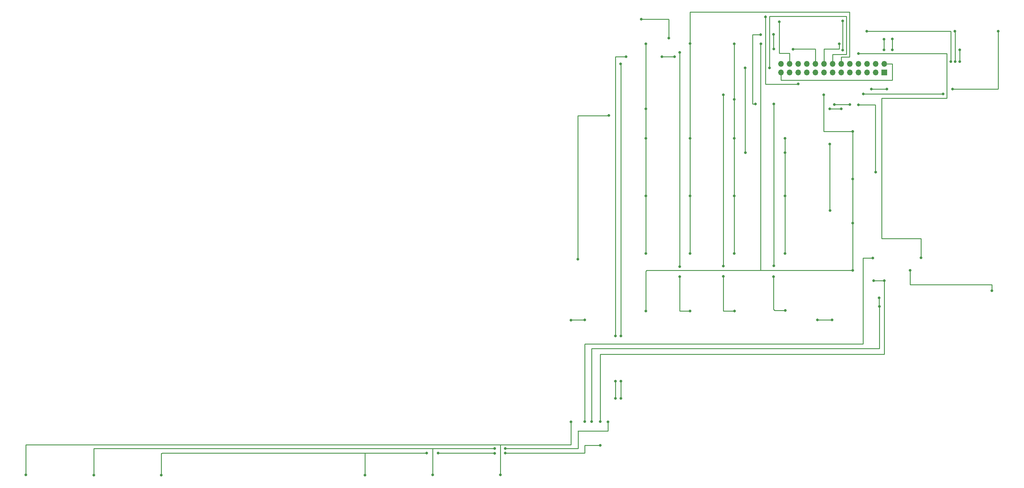
<source format=gbr>
%TF.GenerationSoftware,KiCad,Pcbnew,(5.1.8)-1*%
%TF.CreationDate,2021-02-13T16:04:11+01:00*%
%TF.ProjectId,UPL_Keyboard,55504c5f-4b65-4796-926f-6172642e6b69,2*%
%TF.SameCoordinates,Original*%
%TF.FileFunction,Copper,L2,Bot*%
%TF.FilePolarity,Positive*%
%FSLAX46Y46*%
G04 Gerber Fmt 4.6, Leading zero omitted, Abs format (unit mm)*
G04 Created by KiCad (PCBNEW (5.1.8)-1) date 2021-02-13 16:04:11*
%MOMM*%
%LPD*%
G01*
G04 APERTURE LIST*
%TA.AperFunction,ComponentPad*%
%ADD10O,1.700000X1.700000*%
%TD*%
%TA.AperFunction,ComponentPad*%
%ADD11R,1.700000X1.700000*%
%TD*%
%TA.AperFunction,ViaPad*%
%ADD12C,0.800000*%
%TD*%
%TA.AperFunction,Conductor*%
%ADD13C,0.250000*%
%TD*%
G04 APERTURE END LIST*
D10*
%TO.P,J1,26*%
%TO.N,NOT_USED_2*%
X284960000Y-97150000D03*
%TO.P,J1,25*%
%TO.N,KEY_DET*%
X284960000Y-99690000D03*
%TO.P,J1,24*%
%TO.N,LED_SINGLE*%
X287500000Y-97150000D03*
%TO.P,J1,23*%
%TO.N,LED_START*%
X287500000Y-99690000D03*
%TO.P,J1,22*%
%TO.N,LED_GEN_OVRLD*%
X290040000Y-97150000D03*
%TO.P,J1,21*%
%TO.N,LED_OUTPUT*%
X290040000Y-99690000D03*
%TO.P,J1,20*%
%TO.N,LED_REMOTE*%
X292580000Y-97150000D03*
%TO.P,J1,19*%
%TO.N,LED_DATA*%
X292580000Y-99690000D03*
%TO.P,J1,18*%
%TO.N,BTN_COL_8*%
X295120000Y-97150000D03*
%TO.P,J1,17*%
%TO.N,BTN_COL_7*%
X295120000Y-99690000D03*
%TO.P,J1,16*%
%TO.N,BTN_COL_6*%
X297660000Y-97150000D03*
%TO.P,J1,15*%
%TO.N,BTN_COL_5*%
X297660000Y-99690000D03*
%TO.P,J1,14*%
%TO.N,BTN_COL_4*%
X300200000Y-97150000D03*
%TO.P,J1,13*%
%TO.N,BTN_COL_3*%
X300200000Y-99690000D03*
%TO.P,J1,12*%
%TO.N,BTN_COL_2*%
X302740000Y-97150000D03*
%TO.P,J1,11*%
%TO.N,BTN_COL_1*%
X302740000Y-99690000D03*
%TO.P,J1,10*%
%TO.N,NOT_USED_1*%
X305280000Y-97150000D03*
%TO.P,J1,9*%
%TO.N,BTN_ROW_7*%
X305280000Y-99690000D03*
%TO.P,J1,8*%
%TO.N,BTN_ROW_6*%
X307820000Y-97150000D03*
%TO.P,J1,7*%
%TO.N,BTN_ROW_5*%
X307820000Y-99690000D03*
%TO.P,J1,6*%
%TO.N,BTN_ROW_4*%
X310360000Y-97150000D03*
%TO.P,J1,5*%
%TO.N,BTN_ROW_3*%
X310360000Y-99690000D03*
%TO.P,J1,4*%
%TO.N,BTN_ROW_2*%
X312900000Y-97150000D03*
%TO.P,J1,3*%
%TO.N,BTN_ROW_1*%
X312900000Y-99690000D03*
%TO.P,J1,2*%
%TO.N,KEY_DET*%
X315440000Y-97150000D03*
D11*
%TO.P,J1,1*%
%TO.N,LED_A*%
X315440000Y-99690000D03*
%TD*%
D12*
%TO.N,LED_SINGLE*%
X284460000Y-84690000D03*
%TO.N,LED_START*%
X251900000Y-89540000D03*
X243780000Y-83970000D03*
%TO.N,LED_GEN_OVRLD*%
X236120000Y-196060000D03*
X236160000Y-190960000D03*
X236110000Y-177580000D03*
X253610000Y-95070000D03*
X249820000Y-95050000D03*
X239280000Y-95040000D03*
%TO.N,LED_OUTPUT*%
X280410000Y-83240000D03*
X290060000Y-103100000D03*
%TO.N,LED_REMOTE*%
X303200000Y-93130000D03*
X303190000Y-84420000D03*
%TO.N,BTN_COL_8*%
X286300000Y-170070000D03*
X282830000Y-160030000D03*
X282850000Y-156870000D03*
X288550000Y-92810000D03*
X282850000Y-92770000D03*
X282860000Y-109040000D03*
X277460000Y-109020000D03*
X278990000Y-88480000D03*
X282830000Y-88420000D03*
%TO.N,BTN_COL_7*%
X271320000Y-170210000D03*
X268000000Y-160000000D03*
X268020000Y-156970000D03*
X268020000Y-106310000D03*
%TO.N,BTN_COL_6*%
X258140000Y-170200000D03*
X302180000Y-91240000D03*
X255110000Y-160040000D03*
X255110000Y-157080000D03*
X255110000Y-93770000D03*
%TO.N,BTN_COL_5*%
X306150000Y-158200000D03*
X306140000Y-144220000D03*
X306150000Y-131180000D03*
X306160000Y-117170000D03*
X245140000Y-170190000D03*
X323080000Y-158180000D03*
X347210000Y-164200000D03*
X297650000Y-106260000D03*
X279030000Y-91240000D03*
%TO.N,BTN_COL_4*%
X286200000Y-153200000D03*
X286200000Y-136190000D03*
X286200000Y-119190000D03*
X313980000Y-166310000D03*
X314000000Y-168850000D03*
X229110000Y-202930000D03*
X281610000Y-98330000D03*
X274410000Y-98350000D03*
X274460000Y-123420000D03*
X286200000Y-123360000D03*
%TO.N,BTN_COL_3*%
X271210000Y-153190000D03*
X271210000Y-136200000D03*
X271220000Y-119170000D03*
X271220000Y-91210000D03*
X312320000Y-161270000D03*
X315460000Y-161270000D03*
X102160000Y-218700000D03*
X180450000Y-212250000D03*
X183800000Y-212230000D03*
X200470000Y-212290000D03*
X203630000Y-212240000D03*
X162220000Y-218710000D03*
X231640000Y-202920000D03*
X231630000Y-209950000D03*
X271220000Y-107670000D03*
%TO.N,BTN_COL_2*%
X258160000Y-153190000D03*
X258190000Y-136190000D03*
X258190000Y-119180000D03*
X258190000Y-91180000D03*
X82190000Y-218700000D03*
X200470000Y-210880000D03*
X203640000Y-210880000D03*
X182230000Y-218650000D03*
X233970000Y-202970000D03*
%TO.N,BTN_COL_1*%
X245140000Y-153180000D03*
X245140000Y-136200000D03*
X245140000Y-119190000D03*
X245140000Y-91200000D03*
X62130000Y-218680000D03*
X202180000Y-218670000D03*
X223030000Y-202970000D03*
X300070000Y-172870000D03*
X295760000Y-172870000D03*
X227100000Y-172880000D03*
X223010000Y-172920000D03*
X299430000Y-110470000D03*
X245140000Y-110450000D03*
X302740000Y-110450000D03*
%TO.N,BTN_ROW_7*%
X225060000Y-154920000D03*
X234240000Y-112420000D03*
X300750000Y-109200000D03*
X305280000Y-109200000D03*
%TO.N,BTN_ROW_6*%
X326280000Y-154510000D03*
X307830000Y-94080000D03*
%TO.N,BTN_ROW_5*%
X312080000Y-154530000D03*
X227060000Y-202940000D03*
X312900000Y-129130000D03*
X307820000Y-109280000D03*
%TO.N,BTN_ROW_4*%
X315400000Y-93000000D03*
X315380000Y-89870000D03*
X349100000Y-87490000D03*
X335670000Y-104640000D03*
X316250000Y-104610000D03*
X311650000Y-104630000D03*
X299430000Y-120900000D03*
X299440000Y-140520000D03*
%TO.N,BTN_ROW_3*%
X336380000Y-96470000D03*
X336340000Y-87480000D03*
%TO.N,BTN_ROW_2*%
X317860000Y-93000000D03*
X317880000Y-89820000D03*
X309290000Y-106030000D03*
X332830000Y-106030000D03*
X337760000Y-96490000D03*
X337750000Y-93000000D03*
%TO.N,BTN_ROW_1*%
X335120000Y-96460000D03*
X310280000Y-87510000D03*
%TO.N,LED_A*%
X237740000Y-196080000D03*
X237720000Y-190990000D03*
X237720000Y-177590000D03*
X237710000Y-97190000D03*
%TD*%
D13*
%TO.N,KEY_DET*%
X315440000Y-97150000D02*
X317830000Y-97150000D01*
X317830000Y-97150000D02*
X317850000Y-97170000D01*
X317850000Y-97170000D02*
X317850000Y-99565002D01*
X284960000Y-102020000D02*
X284960000Y-99690000D01*
X317850000Y-102020000D02*
X284960000Y-102020000D01*
X317850000Y-99565002D02*
X317850000Y-102020000D01*
%TO.N,LED_SINGLE*%
X284480000Y-84710000D02*
X284460000Y-84690000D01*
X284480000Y-93980000D02*
X284480000Y-84710000D01*
X284480000Y-93980000D02*
X287490000Y-93980000D01*
X287500000Y-93990000D02*
X287500000Y-97150000D01*
X287490000Y-93980000D02*
X287500000Y-93990000D01*
%TO.N,LED_START*%
X251900000Y-89540000D02*
X251900000Y-84030000D01*
X251840000Y-83970000D02*
X243780000Y-83970000D01*
X251900000Y-84030000D02*
X251840000Y-83970000D01*
%TO.N,LED_GEN_OVRLD*%
X236120000Y-191000000D02*
X236160000Y-190960000D01*
X236120000Y-196060000D02*
X236120000Y-191000000D01*
X249840000Y-95070000D02*
X249820000Y-95050000D01*
X253610000Y-95070000D02*
X249840000Y-95070000D01*
X239280000Y-95040000D02*
X236150000Y-95040000D01*
X236150000Y-95040000D02*
X236120000Y-95070000D01*
X236110000Y-95080000D02*
X236150000Y-95040000D01*
X236110000Y-177580000D02*
X236110000Y-95080000D01*
%TO.N,LED_OUTPUT*%
X280430000Y-82890000D02*
X280410000Y-82870000D01*
X280430000Y-103180000D02*
X280430000Y-82890000D01*
X280440000Y-103170000D02*
X280430000Y-103180000D01*
X289990000Y-103170000D02*
X280440000Y-103170000D01*
X290060000Y-103100000D02*
X289990000Y-103170000D01*
%TO.N,LED_REMOTE*%
X303200000Y-84430000D02*
X303190000Y-84420000D01*
X303200000Y-93130000D02*
X303200000Y-84430000D01*
%TO.N,BTN_COL_8*%
X286300000Y-170070000D02*
X283160000Y-170070000D01*
X282830000Y-169740000D02*
X282830000Y-160030000D01*
X283160000Y-170070000D02*
X282830000Y-169740000D01*
X288570000Y-92790000D02*
X288550000Y-92810000D01*
X295070000Y-92790000D02*
X288570000Y-92790000D01*
X295120000Y-92840000D02*
X295070000Y-92790000D01*
X295120000Y-97150000D02*
X295120000Y-92840000D01*
X282850000Y-109050000D02*
X282860000Y-109040000D01*
X282850000Y-156870000D02*
X282850000Y-109050000D01*
X282830000Y-92750000D02*
X282850000Y-92770000D01*
X282830000Y-88420000D02*
X282830000Y-92750000D01*
X276650000Y-109020000D02*
X277460000Y-109020000D01*
X276650000Y-88510000D02*
X276650000Y-109020000D01*
X276680000Y-88480000D02*
X276650000Y-88510000D01*
X278990000Y-88480000D02*
X276680000Y-88480000D01*
%TO.N,BTN_COL_7*%
X271320000Y-170210000D02*
X267960000Y-170210000D01*
X267960000Y-160040000D02*
X268000000Y-160000000D01*
X267960000Y-170210000D02*
X267960000Y-160040000D01*
X268020000Y-156970000D02*
X268020000Y-106310000D01*
%TO.N,BTN_COL_6*%
X258140000Y-170200000D02*
X255100000Y-170200000D01*
X255100000Y-160050000D02*
X255110000Y-160040000D01*
X255100000Y-170200000D02*
X255100000Y-160050000D01*
X255110000Y-157080000D02*
X255110000Y-93770000D01*
X297660000Y-92810000D02*
X297660000Y-97150000D01*
X297680000Y-92790000D02*
X297660000Y-92810000D01*
X302150000Y-92790000D02*
X297680000Y-92790000D01*
X302180000Y-92760000D02*
X302150000Y-92790000D01*
X302180000Y-91240000D02*
X302180000Y-92760000D01*
%TO.N,BTN_COL_5*%
X306150000Y-144230000D02*
X306140000Y-144220000D01*
X306150000Y-158200000D02*
X306150000Y-144230000D01*
X306140000Y-131190000D02*
X306150000Y-131180000D01*
X306140000Y-144220000D02*
X306140000Y-131190000D01*
X306150000Y-117180000D02*
X306160000Y-117170000D01*
X306150000Y-131180000D02*
X306150000Y-117180000D01*
X245140000Y-170190000D02*
X245140000Y-158420000D01*
X245140000Y-158420000D02*
X245360000Y-158200000D01*
X323080000Y-158180000D02*
X323080000Y-162380000D01*
X323080000Y-162380000D02*
X323110000Y-162410000D01*
X323110000Y-162410000D02*
X347200000Y-162410000D01*
X347210000Y-162420000D02*
X347210000Y-164200000D01*
X347200000Y-162410000D02*
X347210000Y-162420000D01*
X278500000Y-158200000D02*
X306150000Y-158200000D01*
X245360000Y-158200000D02*
X278500000Y-158200000D01*
X278980000Y-158200000D02*
X278500000Y-158200000D01*
X278980000Y-91290000D02*
X278980000Y-158200000D01*
X279030000Y-91240000D02*
X278980000Y-91290000D01*
X297700000Y-117170000D02*
X306160000Y-117170000D01*
X297650000Y-117120000D02*
X297700000Y-117170000D01*
X297650000Y-106260000D02*
X297650000Y-117120000D01*
%TO.N,BTN_COL_4*%
X286200000Y-153200000D02*
X286200000Y-136190000D01*
X313980000Y-168830000D02*
X314000000Y-168850000D01*
X313980000Y-166310000D02*
X313980000Y-168830000D01*
X272050000Y-181340000D02*
X244000000Y-181340000D01*
X314000000Y-181340000D02*
X272050000Y-181340000D01*
X314000000Y-168850000D02*
X314000000Y-181340000D01*
X244000000Y-181340000D02*
X229110000Y-181340000D01*
X229110000Y-181340000D02*
X229110000Y-202930000D01*
X300210000Y-94320000D02*
X304270000Y-94320000D01*
X300200000Y-97150000D02*
X300200000Y-94330000D01*
X300200000Y-94330000D02*
X300210000Y-94320000D01*
X304270000Y-83120000D02*
X304220000Y-83070000D01*
X304270000Y-94320000D02*
X304270000Y-83120000D01*
X304220000Y-83070000D02*
X289700000Y-83070000D01*
X289700000Y-83070000D02*
X281670000Y-83070000D01*
X281610000Y-83130000D02*
X281610000Y-98330000D01*
X281670000Y-83070000D02*
X281610000Y-83130000D01*
X274410000Y-123370000D02*
X274460000Y-123420000D01*
X274410000Y-98350000D02*
X274410000Y-123370000D01*
X286200000Y-123360000D02*
X286200000Y-119190000D01*
X286200000Y-136190000D02*
X286200000Y-123360000D01*
%TO.N,BTN_COL_3*%
X271210000Y-153190000D02*
X271210000Y-136200000D01*
X271210000Y-119180000D02*
X271220000Y-119170000D01*
X271210000Y-136200000D02*
X271210000Y-119180000D01*
X312320000Y-161270000D02*
X315460000Y-161270000D01*
X200410000Y-212230000D02*
X200470000Y-212290000D01*
X183800000Y-212230000D02*
X200410000Y-212230000D01*
X102160000Y-218700000D02*
X102160000Y-212260000D01*
X102350000Y-212260000D02*
X102360000Y-212250000D01*
X102160000Y-212260000D02*
X102350000Y-212260000D01*
X162220000Y-212290000D02*
X162180000Y-212250000D01*
X162220000Y-218710000D02*
X162220000Y-212290000D01*
X162180000Y-212250000D02*
X180450000Y-212250000D01*
X102360000Y-212250000D02*
X162180000Y-212250000D01*
X271220000Y-107670000D02*
X271220000Y-91210000D01*
X271220000Y-119170000D02*
X271220000Y-107670000D01*
X315460000Y-183020000D02*
X315460000Y-161270000D01*
X315450000Y-183030000D02*
X315460000Y-183020000D01*
X231650000Y-183030000D02*
X315450000Y-183030000D01*
X231650000Y-202930000D02*
X231650000Y-183030000D01*
X231640000Y-202920000D02*
X231650000Y-202930000D01*
X227070000Y-212240000D02*
X203630000Y-212240000D01*
X227070000Y-209950000D02*
X227070000Y-212240000D01*
X231630000Y-209950000D02*
X227070000Y-209950000D01*
%TO.N,BTN_COL_2*%
X258160000Y-136220000D02*
X258190000Y-136190000D01*
X258160000Y-153190000D02*
X258160000Y-136220000D01*
X258190000Y-136190000D02*
X258190000Y-119180000D01*
X258190000Y-119180000D02*
X258190000Y-91180000D01*
X82190000Y-218700000D02*
X82190000Y-210890000D01*
X200460000Y-210890000D02*
X200470000Y-210880000D01*
X182230000Y-211000000D02*
X182120000Y-210890000D01*
X182230000Y-218650000D02*
X182230000Y-211000000D01*
X182120000Y-210890000D02*
X200460000Y-210890000D01*
X82190000Y-210890000D02*
X182120000Y-210890000D01*
X258190000Y-81810000D02*
X258190000Y-91180000D01*
X302740000Y-97150000D02*
X302740000Y-95120000D01*
X302740000Y-95120000D02*
X302750000Y-95110000D01*
X302750000Y-95110000D02*
X305270000Y-95110000D01*
X305270000Y-81850000D02*
X305230000Y-81810000D01*
X305270000Y-95110000D02*
X305270000Y-81850000D01*
X305230000Y-81810000D02*
X258190000Y-81810000D01*
X233940000Y-205720000D02*
X233970000Y-205690000D01*
X225090000Y-205720000D02*
X233940000Y-205720000D01*
X225100000Y-205730000D02*
X225090000Y-205720000D01*
X233970000Y-205690000D02*
X233970000Y-202970000D01*
X225100000Y-210880000D02*
X225100000Y-205730000D01*
X203640000Y-210880000D02*
X225100000Y-210880000D01*
%TO.N,BTN_COL_1*%
X245140000Y-153180000D02*
X245140000Y-136200000D01*
X245140000Y-136200000D02*
X245140000Y-119190000D01*
X62130000Y-218680000D02*
X62130000Y-209850000D01*
X62130000Y-209850000D02*
X62180000Y-209800000D01*
X202180000Y-218670000D02*
X202180000Y-209870000D01*
X202110000Y-209800000D02*
X221490000Y-209800000D01*
X202180000Y-209870000D02*
X202110000Y-209800000D01*
X62180000Y-209800000D02*
X202110000Y-209800000D01*
X223030000Y-202970000D02*
X223030000Y-209800000D01*
X223030000Y-209800000D02*
X221490000Y-209800000D01*
X300070000Y-172870000D02*
X295760000Y-172870000D01*
X223050000Y-172880000D02*
X223010000Y-172920000D01*
X227100000Y-172880000D02*
X223050000Y-172880000D01*
X299450000Y-110450000D02*
X299430000Y-110470000D01*
X245140000Y-110450000D02*
X245140000Y-91200000D01*
X245140000Y-119190000D02*
X245140000Y-110450000D01*
X302740000Y-110450000D02*
X299450000Y-110450000D01*
%TO.N,BTN_ROW_7*%
X234200000Y-112460000D02*
X234240000Y-112420000D01*
X225060000Y-112460000D02*
X234200000Y-112460000D01*
X225060000Y-154920000D02*
X225060000Y-112460000D01*
X305280000Y-109200000D02*
X300750000Y-109200000D01*
%TO.N,BTN_ROW_6*%
X333920000Y-94090000D02*
X333930000Y-94080000D01*
X314690000Y-107310000D02*
X333920000Y-107310000D01*
X333920000Y-107310000D02*
X333920000Y-94090000D01*
X314690000Y-148790000D02*
X314690000Y-107310000D01*
X314720000Y-148820000D02*
X314690000Y-148790000D01*
X326280000Y-148820000D02*
X314720000Y-148820000D01*
X326280000Y-154510000D02*
X326280000Y-148820000D01*
X307830000Y-94080000D02*
X313050000Y-94080000D01*
X313050000Y-94080000D02*
X312820000Y-94080000D01*
X333930000Y-94080000D02*
X313050000Y-94080000D01*
%TO.N,BTN_ROW_5*%
X272660000Y-179980000D02*
X243450000Y-179980000D01*
X309180000Y-179980000D02*
X272660000Y-179980000D01*
X309180000Y-154540000D02*
X309180000Y-179980000D01*
X309190000Y-154530000D02*
X309180000Y-154540000D01*
X312080000Y-154530000D02*
X309190000Y-154530000D01*
X243450000Y-179980000D02*
X227150000Y-179980000D01*
X227150000Y-179980000D02*
X227060000Y-180070000D01*
X227060000Y-180070000D02*
X227060000Y-202940000D01*
X312870000Y-129100000D02*
X312900000Y-129130000D01*
X312870000Y-125720000D02*
X312870000Y-129100000D01*
X307820000Y-109280000D02*
X312780000Y-109280000D01*
X312870000Y-109370000D02*
X312870000Y-125720000D01*
X312780000Y-109280000D02*
X312870000Y-109370000D01*
%TO.N,BTN_ROW_4*%
X315400000Y-89890000D02*
X315380000Y-89870000D01*
X315400000Y-93000000D02*
X315400000Y-89890000D01*
X311670000Y-104610000D02*
X311650000Y-104630000D01*
X316250000Y-104610000D02*
X311670000Y-104610000D01*
X299430000Y-140510000D02*
X299440000Y-140520000D01*
X299430000Y-120900000D02*
X299430000Y-140510000D01*
X349000000Y-104640000D02*
X349100000Y-104540000D01*
X335670000Y-104640000D02*
X349000000Y-104640000D01*
X349100000Y-87490000D02*
X349100000Y-104540000D01*
%TO.N,BTN_ROW_3*%
X336380000Y-87520000D02*
X336340000Y-87480000D01*
X336380000Y-96470000D02*
X336380000Y-87520000D01*
%TO.N,BTN_ROW_2*%
X317860000Y-89840000D02*
X317880000Y-89820000D01*
X317860000Y-93000000D02*
X317860000Y-89840000D01*
X309290000Y-106030000D02*
X332830000Y-106030000D01*
X337760000Y-93010000D02*
X337750000Y-93000000D01*
X337760000Y-96490000D02*
X337760000Y-93010000D01*
%TO.N,BTN_ROW_1*%
X335120000Y-87580000D02*
X335050000Y-87510000D01*
X335120000Y-96460000D02*
X335120000Y-87580000D01*
X335050000Y-87510000D02*
X310280000Y-87510000D01*
%TO.N,LED_A*%
X237740000Y-191010000D02*
X237720000Y-190990000D01*
X237740000Y-196080000D02*
X237740000Y-191010000D01*
X237700000Y-97200000D02*
X237710000Y-97190000D01*
X237720000Y-97200000D02*
X237710000Y-97190000D01*
X237720000Y-177590000D02*
X237720000Y-97200000D01*
%TD*%
M02*

</source>
